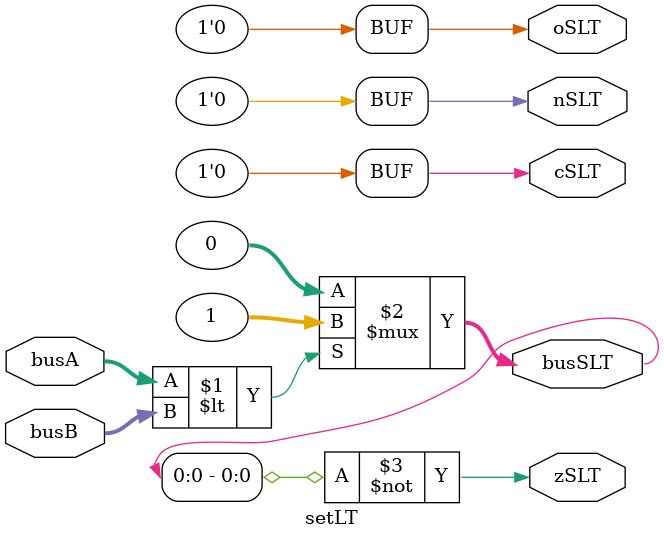
<source format=v>
module setLT (busSLT, busA, busB, zSLT, oSLT, cSLT, nSLT);
	output [31:0] busSLT;
	input  [31:0] busA, busB;
	output zSLT, oSLT, cSLT, nSLT;

	assign busSLT = (busA < busB) ? 32'b1:32'b0;
	assign zSLT = ~busSLT[0];
	assign oSLT = 1'b0;
	assign cSLT = 1'b0;
	assign nSLT = 1'b0;
endmodule
</source>
